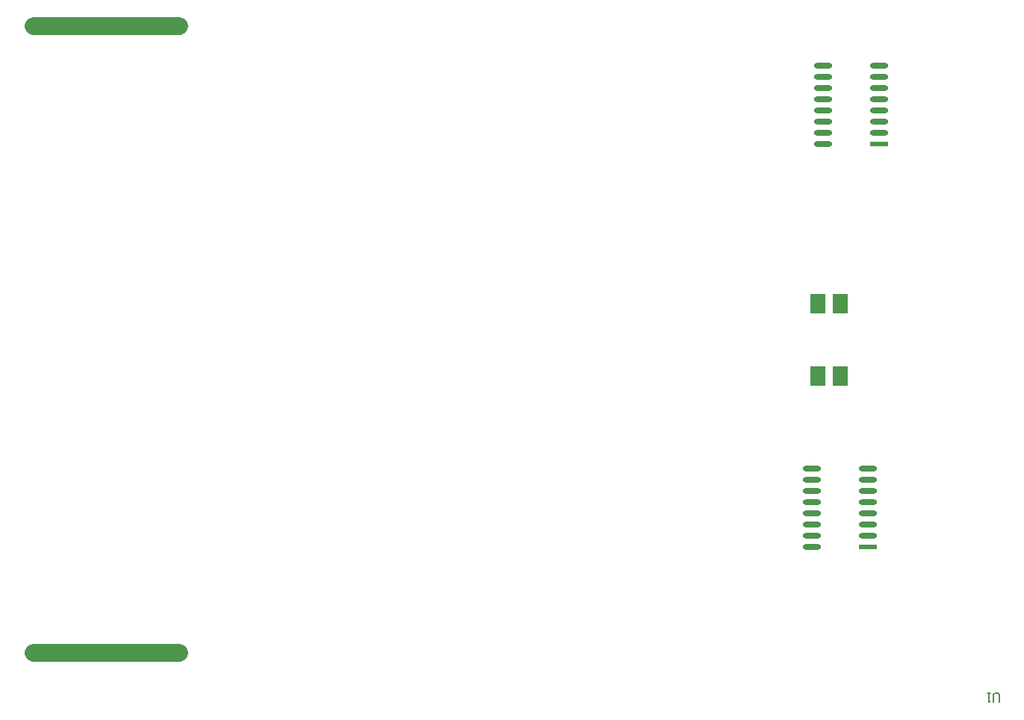
<source format=gtp>
G04*
G04 #@! TF.GenerationSoftware,Altium Limited,Altium Designer,21.8.1 (53)*
G04*
G04 Layer_Color=8421504*
%FSLAX43Y43*%
%MOMM*%
G71*
G04*
G04 #@! TF.SameCoordinates,43502BEE-6898-4BDF-A8F3-2E7845CCF1CD*
G04*
G04*
G04 #@! TF.FilePolarity,Positive*
G04*
G01*
G75*
%ADD15C,0.152*%
%ADD16C,2.032*%
%ADD17R,2.103X0.616*%
G04:AMPARAMS|DCode=18|XSize=2.103mm|YSize=0.616mm|CornerRadius=0.308mm|HoleSize=0mm|Usage=FLASHONLY|Rotation=180.000|XOffset=0mm|YOffset=0mm|HoleType=Round|Shape=RoundedRectangle|*
%AMROUNDEDRECTD18*
21,1,2.103,0.000,0,0,180.0*
21,1,1.487,0.616,0,0,180.0*
1,1,0.616,-0.744,0.000*
1,1,0.616,0.744,0.000*
1,1,0.616,0.744,0.000*
1,1,0.616,-0.744,0.000*
%
%ADD18ROUNDEDRECTD18*%
%ADD19R,1.700X2.200*%
D15*
X141223Y9652D02*
Y10498D01*
X141054Y10667D01*
X140715D01*
X140546Y10498D01*
Y9652D01*
X140208Y10667D02*
X139869D01*
X140038D01*
Y9652D01*
X140208Y9821D01*
D16*
X31749Y86359D02*
X48259D01*
X31749Y15239D02*
X48259D01*
D17*
X126340Y27304D02*
D03*
X127610Y73024D02*
D03*
D18*
X126340Y28574D02*
D03*
Y29844D02*
D03*
Y31114D02*
D03*
Y32384D02*
D03*
Y33654D02*
D03*
Y34924D02*
D03*
Y36194D02*
D03*
X120039D02*
D03*
Y34924D02*
D03*
Y33654D02*
D03*
Y32384D02*
D03*
Y31114D02*
D03*
Y29844D02*
D03*
Y28574D02*
D03*
Y27304D02*
D03*
X127610Y74294D02*
D03*
Y75564D02*
D03*
Y76834D02*
D03*
Y78104D02*
D03*
Y79374D02*
D03*
Y80644D02*
D03*
Y81914D02*
D03*
X121309D02*
D03*
Y80644D02*
D03*
Y79374D02*
D03*
Y78104D02*
D03*
Y76834D02*
D03*
Y75564D02*
D03*
Y74294D02*
D03*
Y73024D02*
D03*
D19*
X120649Y46699D02*
D03*
X123189D02*
D03*
Y54899D02*
D03*
X120649D02*
D03*
M02*

</source>
